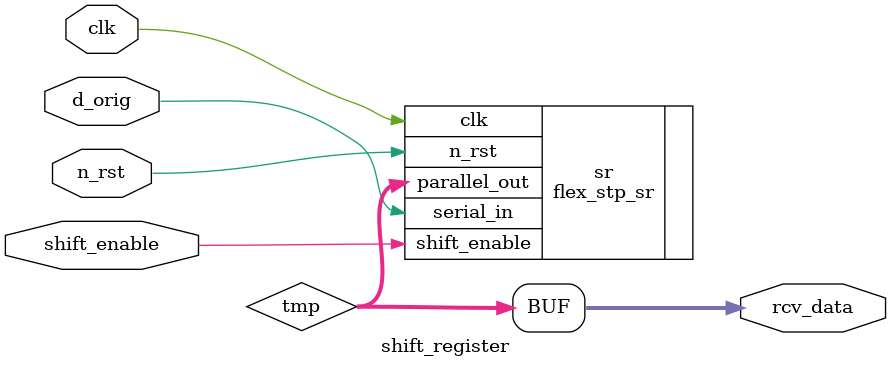
<source format=sv>

module shift_register
  (
   input wire clk,
   input wire n_rst,
   input wire shift_enable,
   input wire d_orig,             // decoded input data
   output wire [7:0] rcv_data
   );
   reg [7:0] tmp;                 // temporery data to be received
   flex_stp_sr #(8,0) sr (        // most significant on the left, least on the right
      .clk(clk),
      .n_rst(n_rst),
      .shift_enable(shift_enable),
      .serial_in(d_orig),
      .parallel_out(tmp)
      );
   assign rcv_data = tmp;
endmodule

</source>
